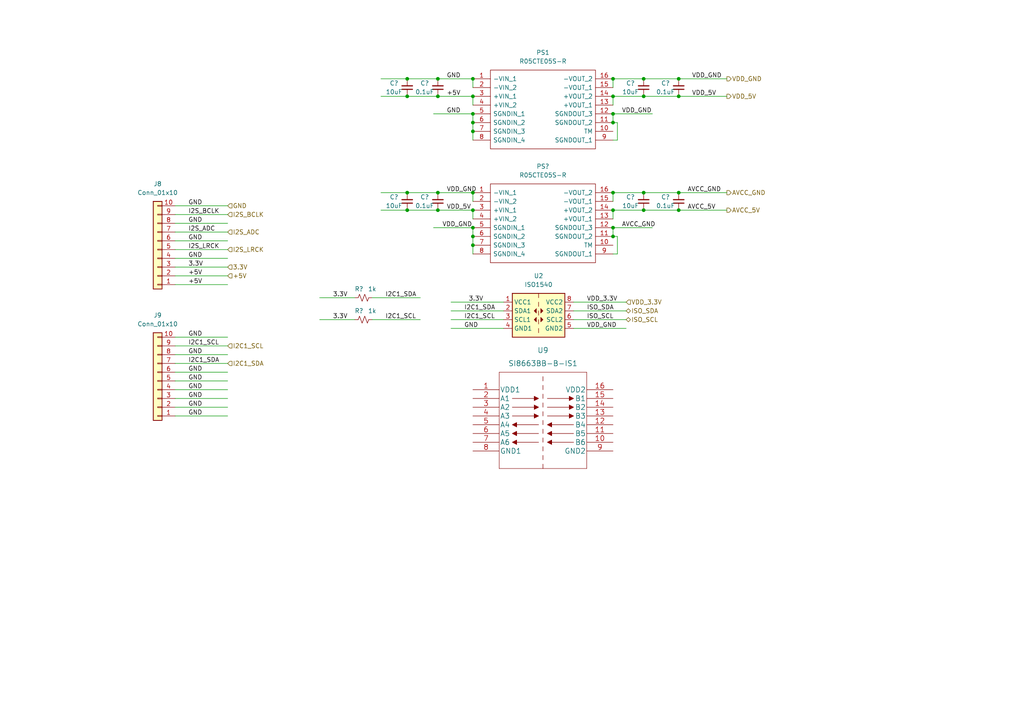
<source format=kicad_sch>
(kicad_sch (version 20211123) (generator eeschema)
  (paper "A4")
  (lib_symbols
    (symbol "CM4IO:R05CTE05S-R" (pin_names (offset 0.762))
      (property "Reference" "PS" (at 36.83 7.62 0))
      (property "Value" "R05CTE05S-R" (at 5.08 5.08 0))
      (symbol "R05CTE05S-R_0_0"
        (pin passive line (at 0 0 0) (length 5.08) (name "-VIN_1") (number "1"))
        (pin passive line (at 40.64 -15.24 180) (length 5.08) (name "TM") (number "10"))
        (pin passive line (at 40.64 -12.7 180) (length 5.08) (name "SGNDOUT_2") (number "11"))
        (pin passive line (at 40.64 -10.16 180) (length 5.08) (name "SGNDOUT_3") (number "12"))
        (pin passive line (at 40.64 -7.62 180) (length 5.08) (name "+VOUT_1") (number "13"))
        (pin passive line (at 40.64 -5.08 180) (length 5.08) (name "+VOUT_2") (number "14"))
        (pin passive line (at 40.64 -2.54 180) (length 5.08) (name "-VOUT_1") (number "15"))
        (pin passive line (at 40.64 0 180) (length 5.08) (name "-VOUT_2") (number "16"))
        (pin passive line (at 0 -2.54 0) (length 5.08) (name "-VIN_2") (number "2"))
        (pin passive line (at 0 -5.08 0) (length 5.08) (name "+VIN_1") (number "3"))
        (pin passive line (at 0 -7.62 0) (length 5.08) (name "+VIN_2") (number "4"))
        (pin passive line (at 0 -10.16 0) (length 5.08) (name "SGNDIN_1") (number "5"))
        (pin passive line (at 0 -12.7 0) (length 5.08) (name "SGNDIN_2") (number "6"))
        (pin passive line (at 0 -15.24 0) (length 5.08) (name "SGNDIN_3") (number "7"))
        (pin passive line (at 0 -17.78 0) (length 5.08) (name "SGNDIN_4") (number "8"))
        (pin passive line (at 40.64 -17.78 180) (length 5.08) (name "SGNDOUT_1") (number "9"))
      )
      (symbol "R05CTE05S-R_0_1"
        (polyline (pts (xy 5.08 2.54) (xy 35.56 2.54) (xy 35.56 -20.32) (xy 5.08 -20.32) (xy 5.08 2.54)) (stroke (width 0.1524)))
      )
    )
    (symbol "CM4IO:SI8663BB-B-IS1" (pin_names (offset 0.254))
      (property "Reference" "U" (at 20.32 10.16 0))
      (property "Value" "SI8663BB-B-IS1" (at 20.32 7.62 0))
      (symbol "SI8663BB-B-IS1_0_1"
        (polyline (pts (xy 20.32 -19.05) (xy 20.32 -20.32)))
        (polyline (pts (xy 20.32 -16.51) (xy 20.32 -17.78)))
        (polyline (pts (xy 20.32 -13.97) (xy 20.32 -15.24)))
        (polyline (pts (xy 20.32 -11.43) (xy 20.32 -12.7)))
        (polyline (pts (xy 20.32 -6.35) (xy 20.32 -7.62)))
        (polyline (pts (xy 20.32 -3.81) (xy 20.32 -5.08)))
        (polyline (pts (xy 20.32 -1.27) (xy 20.32 -2.54)))
        (polyline (pts (xy 20.32 1.27) (xy 20.32 0)))
        (polyline (pts (xy 17.78 -7.62) (xy 15.875 -7.62) (xy 11.43 -7.62)))
        (polyline (pts (xy 17.78 -5.08) (xy 15.875 -5.08) (xy 11.43 -5.08)))
        (polyline (pts (xy 17.78 -2.54) (xy 15.875 -2.54) (xy 11.43 -2.54)))
        (polyline (pts (xy 19.05 -15.24) (xy 17.145 -15.24) (xy 12.7 -15.24)))
        (polyline (pts (xy 19.05 -12.7) (xy 17.145 -12.7) (xy 12.7 -12.7)))
        (polyline (pts (xy 19.05 -10.16) (xy 17.145 -10.16) (xy 12.7 -10.16)))
        (polyline (pts (xy 27.94 -7.62) (xy 26.035 -7.62) (xy 21.59 -7.62)))
        (polyline (pts (xy 27.94 -5.08) (xy 26.035 -5.08) (xy 21.59 -5.08)))
        (polyline (pts (xy 27.94 -2.54) (xy 26.035 -2.54) (xy 21.59 -2.54)))
        (polyline (pts (xy 29.21 -15.24) (xy 27.305 -15.24) (xy 22.86 -15.24)))
        (polyline (pts (xy 29.21 -12.7) (xy 27.305 -12.7) (xy 22.86 -12.7)))
        (polyline (pts (xy 29.21 -10.16) (xy 27.305 -10.16) (xy 22.86 -10.16)))
        (polyline (pts (xy 12.7 -15.875) (xy 11.43 -15.24) (xy 12.7 -14.605) (xy 12.7 -15.875)) (fill (type outline)))
        (polyline (pts (xy 12.7 -13.335) (xy 11.43 -12.7) (xy 12.7 -12.065) (xy 12.7 -13.335)) (fill (type outline)))
        (polyline (pts (xy 12.7 -10.795) (xy 11.43 -10.16) (xy 12.7 -9.525) (xy 12.7 -10.795)) (fill (type outline)))
        (polyline (pts (xy 17.78 -6.985) (xy 19.05 -7.62) (xy 17.78 -8.255) (xy 17.78 -6.985)) (fill (type outline)))
        (polyline (pts (xy 17.78 -4.445) (xy 19.05 -5.08) (xy 17.78 -5.715) (xy 17.78 -4.445)) (fill (type outline)))
        (polyline (pts (xy 17.78 -1.905) (xy 19.05 -2.54) (xy 17.78 -3.175) (xy 17.78 -1.905)) (fill (type outline)))
        (polyline (pts (xy 22.86 -15.875) (xy 21.59 -15.24) (xy 22.86 -14.605) (xy 22.86 -15.875)) (fill (type outline)))
        (polyline (pts (xy 22.86 -13.335) (xy 21.59 -12.7) (xy 22.86 -12.065) (xy 22.86 -13.335)) (fill (type outline)))
        (polyline (pts (xy 22.86 -10.795) (xy 21.59 -10.16) (xy 22.86 -9.525) (xy 22.86 -10.795)) (fill (type outline)))
        (polyline (pts (xy 27.94 -6.985) (xy 29.21 -7.62) (xy 27.94 -8.255) (xy 27.94 -6.985)) (fill (type outline)))
        (polyline (pts (xy 27.94 -4.445) (xy 29.21 -5.08) (xy 27.94 -5.715) (xy 27.94 -4.445)) (fill (type outline)))
        (polyline (pts (xy 27.94 -1.905) (xy 29.21 -2.54) (xy 27.94 -3.175) (xy 27.94 -1.905)) (fill (type outline)))
        (rectangle (start 20.32 -21.59) (end 20.32 -22.86))
        (rectangle (start 20.32 -8.89) (end 20.32 -10.16))
        (rectangle (start 20.32 3.81) (end 20.32 2.54))
      )
      (symbol "SI8663BB-B-IS1_1_1"
        (polyline (pts (xy 7.62 -22.86) (xy 33.02 -22.86)) (stroke (width 0.127)))
        (polyline (pts (xy 7.62 5.08) (xy 7.62 -22.86)) (stroke (width 0.127)))
        (polyline (pts (xy 33.02 -22.86) (xy 33.02 5.08)) (stroke (width 0.127)))
        (polyline (pts (xy 33.02 5.08) (xy 7.62 5.08)) (stroke (width 0.127)))
        (pin power_in line (at 0 0 0) (length 7.62) (name "VDD1") (number "1"))
        (pin bidirectional line (at 40.64 -15.24 180) (length 7.62) (name "B6") (number "10"))
        (pin bidirectional line (at 40.64 -12.7 180) (length 7.62) (name "B5") (number "11"))
        (pin bidirectional line (at 40.64 -10.16 180) (length 7.62) (name "B4") (number "12"))
        (pin bidirectional line (at 40.64 -7.62 180) (length 7.62) (name "B3") (number "13"))
        (pin bidirectional line (at 40.64 -5.08 180) (length 7.62) (name "B2") (number "14"))
        (pin bidirectional line (at 40.64 -2.54 180) (length 7.62) (name "B1") (number "15"))
        (pin power_in line (at 40.64 0 180) (length 7.62) (name "VDD2") (number "16"))
        (pin bidirectional line (at 0 -2.54 0) (length 7.62) (name "A1") (number "2"))
        (pin bidirectional line (at 0 -5.08 0) (length 7.62) (name "A2") (number "3"))
        (pin bidirectional line (at 0 -7.62 0) (length 7.62) (name "A3") (number "4"))
        (pin bidirectional line (at 0 -10.16 0) (length 7.62) (name "A4") (number "5"))
        (pin bidirectional line (at 0 -12.7 0) (length 7.62) (name "A5") (number "6"))
        (pin bidirectional line (at 0 -15.24 0) (length 7.62) (name "A6") (number "7"))
        (pin power_in line (at 0 -17.78 0) (length 7.62) (name "GND1") (number "8"))
        (pin power_in line (at 40.64 -17.78 180) (length 7.62) (name "GND2") (number "9"))
      )
    )
    (symbol "Connector_Generic:Conn_01x10" (pin_names (offset 1.016) hide)
      (property "Reference" "J" (at 0 12.7 0))
      (property "Value" "Conn_01x10" (at 0 -15.24 0))
      (symbol "Conn_01x10_1_1"
        (rectangle (start -1.27 -12.573) (end 0 -12.827) (stroke (width 0.1524)))
        (rectangle (start -1.27 -10.033) (end 0 -10.287) (stroke (width 0.1524)))
        (rectangle (start -1.27 -7.493) (end 0 -7.747) (stroke (width 0.1524)))
        (rectangle (start -1.27 -4.953) (end 0 -5.207) (stroke (width 0.1524)))
        (rectangle (start -1.27 -2.413) (end 0 -2.667) (stroke (width 0.1524)))
        (rectangle (start -1.27 0.127) (end 0 -0.127) (stroke (width 0.1524)))
        (rectangle (start -1.27 2.667) (end 0 2.413) (stroke (width 0.1524)))
        (rectangle (start -1.27 5.207) (end 0 4.953) (stroke (width 0.1524)))
        (rectangle (start -1.27 7.747) (end 0 7.493) (stroke (width 0.1524)))
        (rectangle (start -1.27 10.287) (end 0 10.033) (stroke (width 0.1524)))
        (rectangle (start -1.27 11.43) (end 1.27 -13.97) (stroke (width 0.254)) (fill (type background)))
        (pin passive line (at -5.08 10.16 0) (length 3.81) (name "Pin_1") (number "1"))
        (pin passive line (at -5.08 -12.7 0) (length 3.81) (name "Pin_10") (number "10"))
        (pin passive line (at -5.08 7.62 0) (length 3.81) (name "Pin_2") (number "2"))
        (pin passive line (at -5.08 5.08 0) (length 3.81) (name "Pin_3") (number "3"))
        (pin passive line (at -5.08 2.54 0) (length 3.81) (name "Pin_4") (number "4"))
        (pin passive line (at -5.08 0 0) (length 3.81) (name "Pin_5") (number "5"))
        (pin passive line (at -5.08 -2.54 0) (length 3.81) (name "Pin_6") (number "6"))
        (pin passive line (at -5.08 -5.08 0) (length 3.81) (name "Pin_7") (number "7"))
        (pin passive line (at -5.08 -7.62 0) (length 3.81) (name "Pin_8") (number "8"))
        (pin passive line (at -5.08 -10.16 0) (length 3.81) (name "Pin_9") (number "9"))
      )
    )
    (symbol "Device:C_Small" (pin_numbers hide) (pin_names (offset 0.254) hide)
      (property "Reference" "C" (at 0.254 1.778 0))
      (property "Value" "C_Small" (at 0.254 -2.032 0))
      (symbol "C_Small_0_1"
        (polyline (pts (xy -1.524 -0.508) (xy 1.524 -0.508)) (stroke (width 0.3302)))
        (polyline (pts (xy -1.524 0.508) (xy 1.524 0.508)) (stroke (width 0.3048)))
      )
      (symbol "C_Small_1_1"
        (pin passive line (at 0 2.54 270) (length 2.032) (name "~") (number "1"))
        (pin passive line (at 0 -2.54 90) (length 2.032) (name "~") (number "2"))
      )
    )
    (symbol "Device:R_Small_US" (pin_numbers hide) (pin_names (offset 0.254) hide)
      (property "Reference" "R" (at 0.762 0.508 0))
      (property "Value" "R_Small_US" (at 0.762 -1.016 0))
      (symbol "R_Small_US_1_1"
        (polyline (pts (xy 0 0) (xy 1.016 -0.381) (xy 0 -0.762) (xy -1.016 -1.143) (xy 0 -1.524)))
        (polyline (pts (xy 0 1.524) (xy 1.016 1.143) (xy 0 0.762) (xy -1.016 0.381) (xy 0 0)))
        (pin passive line (at 0 2.54 270) (length 1.016) (name "~") (number "1"))
        (pin passive line (at 0 -2.54 90) (length 1.016) (name "~") (number "2"))
      )
    )
    (symbol "Isolator:ISO1540"
      (property "Reference" "U" (at -6.35 6.35 0))
      (property "Value" "ISO1540" (at 3.81 6.35 0))
      (symbol "ISO1540_0_1"
        (rectangle (start -7.62 5.08) (end 7.62 -7.62) (stroke (width 0.254)) (fill (type background)))
        (rectangle (start 0 -5.08) (end 0 -6.35))
        (polyline (pts (xy 0 -2.54) (xy 0 -3.81)))
        (polyline (pts (xy 0 0) (xy 0 -1.27)))
        (polyline (pts (xy 0 2.54) (xy 0 1.27)))
        (polyline (pts (xy 0 5.08) (xy 0 3.81)))
        (polyline (pts (xy -0.635 0.635) (xy -1.27 0) (xy -0.635 -0.635) (xy -0.635 0.635)) (fill (type outline)))
        (polyline (pts (xy 0.635 -1.905) (xy 1.27 -2.54) (xy 0.635 -3.175) (xy 0.635 -1.905)) (fill (type outline)))
        (polyline (pts (xy 0.635 0.635) (xy 1.27 0) (xy 0.635 -0.635) (xy 0.635 0.635)) (fill (type outline)))
      )
      (symbol "ISO1540_1_1"
        (polyline (pts (xy -0.635 -1.905) (xy -1.27 -2.54) (xy -0.635 -3.175) (xy -0.635 -1.905)) (fill (type outline)))
        (pin power_in line (at -10.16 2.54 0) (length 2.54) (name "VCC1") (number "1"))
        (pin bidirectional line (at -10.16 0 0) (length 2.54) (name "SDA1") (number "2"))
        (pin bidirectional line (at -10.16 -2.54 0) (length 2.54) (name "SCL1") (number "3"))
        (pin power_in line (at -10.16 -5.08 0) (length 2.54) (name "GND1") (number "4"))
        (pin power_in line (at 10.16 -5.08 180) (length 2.54) (name "GND2") (number "5"))
        (pin bidirectional line (at 10.16 -2.54 180) (length 2.54) (name "SCL2") (number "6"))
        (pin bidirectional line (at 10.16 0 180) (length 2.54) (name "SDA2") (number "7"))
        (pin power_in line (at 10.16 2.54 180) (length 2.54) (name "VCC2") (number "8"))
      )
    )
  )
  (junction (at 118.11 22.86))
  (junction (at 118.11 60.96))
  (junction (at 127 27.94))
  (junction (at 137.16 71.12))
  (junction (at 137.16 27.94))
  (junction (at 186.69 27.94))
  (junction (at 196.85 55.88))
  (junction (at 196.85 22.86))
  (junction (at 127 22.86))
  (junction (at 127 55.88))
  (junction (at 177.8 35.56))
  (junction (at 118.11 55.88))
  (junction (at 127 60.96))
  (junction (at 137.16 33.02))
  (junction (at 137.16 55.88))
  (junction (at 186.69 55.88))
  (junction (at 177.8 33.02))
  (junction (at 118.11 27.94))
  (junction (at 137.16 22.86))
  (junction (at 177.8 66.04))
  (junction (at 137.16 68.58))
  (junction (at 177.8 22.86))
  (junction (at 177.8 60.96))
  (junction (at 186.69 22.86))
  (junction (at 137.16 35.56))
  (junction (at 196.85 27.94))
  (junction (at 137.16 38.1))
  (junction (at 196.85 60.96))
  (junction (at 186.69 60.96))
  (junction (at 177.8 27.94))
  (junction (at 177.8 55.88))
  (junction (at 137.16 66.04))
  (junction (at 177.8 68.58))
  (junction (at 137.16 60.96))
  (wire (pts (xy 177.8 68.58) (xy 179.07 68.58)))
  (wire (pts (xy 127 27.94) (xy 137.16 27.94)))
  (wire (pts (xy 137.16 35.56) (xy 137.16 38.1)))
  (wire (pts (xy 137.16 55.88) (xy 137.16 58.42)))
  (wire (pts (xy 110.49 27.94) (xy 118.11 27.94)))
  (wire (pts (xy 137.16 33.02) (xy 137.16 35.56)))
  (wire (pts (xy 130.81 87.63) (xy 146.05 87.63)))
  (wire (pts (xy 186.69 60.96) (xy 196.85 60.96)))
  (wire (pts (xy 177.8 66.04) (xy 189.23 66.04)))
  (wire (pts (xy 50.8 120.65) (xy 66.04 120.65)))
  (wire (pts (xy 137.16 60.96) (xy 137.16 63.5)))
  (wire (pts (xy 186.69 27.94) (xy 196.85 27.94)))
  (wire (pts (xy 127 60.96) (xy 137.16 60.96)))
  (wire (pts (xy 127 55.88) (xy 137.16 55.88)))
  (wire (pts (xy 177.8 40.64) (xy 179.07 40.64)))
  (wire (pts (xy 179.07 73.66) (xy 179.07 68.58)))
  (wire (pts (xy 177.8 27.94) (xy 177.8 30.48)))
  (wire (pts (xy 50.8 72.39) (xy 66.04 72.39)))
  (wire (pts (xy 177.8 33.02) (xy 189.23 33.02)))
  (wire (pts (xy 50.8 77.47) (xy 66.04 77.47)))
  (wire (pts (xy 177.8 60.96) (xy 177.8 63.5)))
  (wire (pts (xy 50.8 100.33) (xy 66.04 100.33)))
  (wire (pts (xy 110.49 60.96) (xy 118.11 60.96)))
  (wire (pts (xy 177.8 55.88) (xy 177.8 58.42)))
  (wire (pts (xy 130.81 95.25) (xy 146.05 95.25)))
  (wire (pts (xy 137.16 22.86) (xy 137.16 25.4)))
  (wire (pts (xy 177.8 73.66) (xy 179.07 73.66)))
  (wire (pts (xy 107.95 92.71) (xy 121.92 92.71)))
  (wire (pts (xy 127 22.86) (xy 137.16 22.86)))
  (wire (pts (xy 186.69 55.88) (xy 196.85 55.88)))
  (wire (pts (xy 196.85 22.86) (xy 210.82 22.86)))
  (wire (pts (xy 137.16 27.94) (xy 137.16 30.48)))
  (wire (pts (xy 166.37 92.71) (xy 181.61 92.71)))
  (wire (pts (xy 50.8 82.55) (xy 66.04 82.55)))
  (wire (pts (xy 177.8 22.86) (xy 186.69 22.86)))
  (wire (pts (xy 50.8 80.01) (xy 66.04 80.01)))
  (wire (pts (xy 50.8 118.11) (xy 66.04 118.11)))
  (wire (pts (xy 50.8 59.69) (xy 66.04 59.69)))
  (wire (pts (xy 92.71 92.71) (xy 102.87 92.71)))
  (wire (pts (xy 50.8 105.41) (xy 66.04 105.41)))
  (wire (pts (xy 50.8 110.49) (xy 66.04 110.49)))
  (wire (pts (xy 177.8 27.94) (xy 186.69 27.94)))
  (wire (pts (xy 50.8 69.85) (xy 66.04 69.85)))
  (wire (pts (xy 50.8 64.77) (xy 66.04 64.77)))
  (wire (pts (xy 137.16 68.58) (xy 137.16 71.12)))
  (wire (pts (xy 177.8 60.96) (xy 186.69 60.96)))
  (wire (pts (xy 196.85 55.88) (xy 210.82 55.88)))
  (wire (pts (xy 166.37 95.25) (xy 181.61 95.25)))
  (wire (pts (xy 118.11 27.94) (xy 127 27.94)))
  (wire (pts (xy 50.8 97.79) (xy 66.04 97.79)))
  (wire (pts (xy 177.8 33.02) (xy 177.8 35.56)))
  (wire (pts (xy 196.85 27.94) (xy 210.82 27.94)))
  (wire (pts (xy 50.8 74.93) (xy 66.04 74.93)))
  (wire (pts (xy 137.16 66.04) (xy 137.16 68.58)))
  (wire (pts (xy 166.37 90.17) (xy 181.61 90.17)))
  (wire (pts (xy 166.37 87.63) (xy 181.61 87.63)))
  (wire (pts (xy 137.16 38.1) (xy 137.16 40.64)))
  (wire (pts (xy 50.8 102.87) (xy 66.04 102.87)))
  (wire (pts (xy 125.73 66.04) (xy 137.16 66.04)))
  (wire (pts (xy 50.8 115.57) (xy 66.04 115.57)))
  (wire (pts (xy 130.81 90.17) (xy 146.05 90.17)))
  (wire (pts (xy 177.8 35.56) (xy 179.07 35.56)))
  (wire (pts (xy 50.8 62.23) (xy 66.04 62.23)))
  (wire (pts (xy 137.16 71.12) (xy 137.16 73.66)))
  (wire (pts (xy 179.07 40.64) (xy 179.07 35.56)))
  (wire (pts (xy 186.69 22.86) (xy 196.85 22.86)))
  (wire (pts (xy 50.8 67.31) (xy 66.04 67.31)))
  (wire (pts (xy 50.8 113.03) (xy 66.04 113.03)))
  (wire (pts (xy 118.11 22.86) (xy 127 22.86)))
  (wire (pts (xy 177.8 55.88) (xy 186.69 55.88)))
  (wire (pts (xy 130.81 92.71) (xy 146.05 92.71)))
  (wire (pts (xy 118.11 55.88) (xy 127 55.88)))
  (wire (pts (xy 118.11 60.96) (xy 127 60.96)))
  (wire (pts (xy 196.85 60.96) (xy 210.82 60.96)))
  (wire (pts (xy 50.8 107.95) (xy 66.04 107.95)))
  (wire (pts (xy 92.71 86.36) (xy 102.87 86.36)))
  (wire (pts (xy 125.73 33.02) (xy 137.16 33.02)))
  (wire (pts (xy 110.49 55.88) (xy 118.11 55.88)))
  (wire (pts (xy 107.95 86.36) (xy 121.92 86.36)))
  (wire (pts (xy 177.8 22.86) (xy 177.8 25.4)))
  (wire (pts (xy 110.49 22.86) (xy 118.11 22.86)))
  (wire (pts (xy 177.8 66.04) (xy 177.8 68.58)))
  (label "VDD_GND" (at 128.27 66.04 0))
  (label "I2S_LRCK" (at 54.61 72.39 0))
  (label "I2C1_SCL" (at 111.76 92.71 0))
  (label "GND" (at 54.61 64.77 0))
  (label "+5V" (at 54.61 80.01 0))
  (label "I2C1_SCL" (at 134.62 92.71 0))
  (label "VDD_5V" (at 200.66 27.94 0))
  (label "3.3V" (at 54.61 77.47 0))
  (label "VDD_5V" (at 129.54 60.96 0))
  (label "VDD_3.3V" (at 170.18 87.63 0))
  (label "ISO_SDA" (at 170.18 90.17 0))
  (label "AVCC_GND" (at 180.34 66.04 0))
  (label "GND" (at 54.61 113.03 0))
  (label "I2S_ADC" (at 54.61 67.31 0))
  (label "I2C1_SDA" (at 54.61 105.41 0))
  (label "GND" (at 54.61 97.79 0))
  (label "I2C1_SDA" (at 134.62 90.17 0))
  (label "I2C1_SCL" (at 54.61 100.33 0))
  (label "AVCC_5V" (at 199.39 60.96 0))
  (label "3.3V" (at 135.89 87.63 0))
  (label "GND" (at 54.61 107.95 0))
  (label "+5V" (at 129.54 27.94 0))
  (label "AVCC_GND" (at 199.39 55.88 0))
  (label "GND" (at 54.61 69.85 0))
  (label "3.3V" (at 96.52 86.36 0))
  (label "GND" (at 134.62 95.25 0))
  (label "GND" (at 54.61 110.49 0))
  (label "GND" (at 129.54 22.86 0))
  (label "VDD_GND" (at 129.54 55.88 0))
  (label "GND" (at 54.61 120.65 0))
  (label "+5V" (at 54.61 82.55 0))
  (label "ISO_SCL" (at 170.18 92.71 0))
  (label "I2S_BCLK" (at 54.61 62.23 0))
  (label "GND" (at 54.61 102.87 0))
  (label "I2C1_SDA" (at 111.76 86.36 0))
  (label "GND" (at 129.54 33.02 0))
  (label "VDD_GND" (at 170.18 95.25 0))
  (label "GND" (at 54.61 115.57 0))
  (label "GND" (at 54.61 59.69 0))
  (label "3.3V" (at 96.52 92.71 0))
  (label "VDD_GND" (at 200.66 22.86 0))
  (label "GND" (at 54.61 118.11 0))
  (label "GND" (at 54.61 74.93 0))
  (label "VDD_GND" (at 180.34 33.02 0))
  (hierarchical_label "I2S_BCLK" (shape input) (at 66.04 62.23 0))
  (hierarchical_label "VDD_3.3V" (shape input) (at 181.61 87.63 0))
  (hierarchical_label "AVCC_5V" (shape output) (at 210.82 60.96 0))
  (hierarchical_label "I2C1_SDA" (shape input) (at 66.04 105.41 0))
  (hierarchical_label "ISO_SCL" (shape bidirectional) (at 181.61 92.71 0))
  (hierarchical_label "I2S_LRCK" (shape input) (at 66.04 72.39 0))
  (hierarchical_label "ISO_SDA" (shape bidirectional) (at 181.61 90.17 0))
  (hierarchical_label "3.3V" (shape input) (at 66.04 77.47 0))
  (hierarchical_label "AVCC_GND" (shape output) (at 210.82 55.88 0))
  (hierarchical_label "GND" (shape input) (at 66.04 59.69 0))
  (hierarchical_label "VDD_5V" (shape output) (at 210.82 27.94 0))
  (hierarchical_label "+5V" (shape input) (at 66.04 80.01 0))
  (hierarchical_label "I2C1_SCL" (shape input) (at 66.04 100.33 0))
  (hierarchical_label "VDD_GND" (shape output) (at 210.82 22.86 0))
  (hierarchical_label "I2S_ADC" (shape input) (at 66.04 67.31 0))
  (symbol (lib_id "CM4IO:SI8663BB-B-IS1") (at 137.16 113.03 0) (unit 1)
    (property "Reference" "U9" (at 157.48 101.6 0) (effects (font (size 1.524 1.524))))
    (property "Value" "SI8663BB-B-IS1" (at 157.48 105.41 0) (effects (font (size 1.524 1.524))))
    (property "Footprint" "CM4IO:SI8663BB-B-IS1" (effects hide))
  )
  (symbol (lib_id "Device:C_Small") (at 186.69 58.42 180) (unit 1)
    (property "Reference" "C?" (at 182.88 57.15 0))
    (property "Value" "10uF" (at 182.88 59.69 0))
    (property "Footprint" "Capacitor_SMD:C_0402_1005Metric" (effects hide))
  )
  (symbol (lib_id "Device:C_Small") (at 118.11 25.4 180) (unit 1)
    (property "Reference" "C?" (at 114.3 24.13 0))
    (property "Value" "10uF" (at 114.3 26.67 0))
    (property "Footprint" "Capacitor_SMD:C_0402_1005Metric" (effects hide))
  )
  (symbol (lib_id "Device:C_Small") (at 186.69 25.4 180) (unit 1)
    (property "Reference" "C?" (at 182.88 24.13 0))
    (property "Value" "10uF" (at 182.88 26.67 0))
    (property "Footprint" "Capacitor_SMD:C_0402_1005Metric" (effects hide))
  )
  (symbol (lib_id "CM4IO:R05CTE05S-R") (at 137.16 55.88 0) (unit 1)
    (property "Reference" "PS?" (at 157.48 48.26 0))
    (property "Value" "R05CTE05S-R" (at 157.48 50.8 0))
    (property "Footprint" "CM4IO:SOIC127P1030X265-16N" (effects hide))
    (property "Datasheet" "https://recom-power.com/pdf/Econoline/RxxCTExxS.pdf" (effects hide))
    (property "Description" "1 Watt 16-Pin SOIC Single Output, 5VDC, Tape & Reel" (effects hide))
    (property "Height" "2.65" (effects hide))
    (property "Manufacturer_Name" "RECOM Power" (effects hide))
    (property "Manufacturer_Part_Number" "R05CTE05S-R" (effects hide))
    (property "Mouser Part Number" "919-R05CTE05S-R" (effects hide))
    (property "Mouser Price/Stock" "https://www.mouser.co.uk/ProductDetail/RECOM-Power/R05CTE05S-R?qs=7D1LtPJG0i0SUCKLd%252BnSSQ%3D%3D" (effects hide))
  )
  (symbol (lib_id "Device:C_Small") (at 127 58.42 180) (unit 1)
    (property "Reference" "C?" (at 123.19 57.15 0))
    (property "Value" "0.1uF" (at 123.19 59.69 0))
    (property "Footprint" "Capacitor_SMD:C_0402_1005Metric" (effects hide))
  )
  (symbol (lib_id "Connector_Generic:Conn_01x10") (at 45.72 72.39 180) (unit 1)
    (property "Reference" "J8" (at 45.72 53.34 0))
    (property "Value" "Conn_01x10" (at 45.72 55.88 0))
    (property "Footprint" "Connector_PinSocket_2.54mm:PinSocket_1x10_P2.54mm_Vertical" (effects hide))
  )
  (symbol (lib_id "Device:R_Small_US") (at 105.41 86.36 90) (unit 1)
    (property "Reference" "R?" (at 104.14 83.82 90))
    (property "Value" "1k" (at 107.95 83.82 90))
    (property "Footprint" "Resistor_SMD:R_0603_1608Metric" (effects hide))
  )
  (symbol (lib_id "Device:C_Small") (at 127 25.4 180) (unit 1)
    (property "Reference" "C?" (at 123.19 24.13 0))
    (property "Value" "0.1uF" (at 123.19 26.67 0))
    (property "Footprint" "Capacitor_SMD:C_0402_1005Metric" (effects hide))
  )
  (symbol (lib_id "Device:C_Small") (at 118.11 58.42 180) (unit 1)
    (property "Reference" "C?" (at 114.3 57.15 0))
    (property "Value" "10uF" (at 114.3 59.69 0))
    (property "Footprint" "Capacitor_SMD:C_0402_1005Metric" (effects hide))
  )
  (symbol (lib_id "CM4IO:R05CTE05S-R") (at 137.16 22.86 0) (unit 1)
    (property "Reference" "PS1" (at 157.48 15.24 0))
    (property "Value" "R05CTE05S-R" (at 157.48 17.78 0))
    (property "Footprint" "CM4IO:SOIC127P1030X265-16N" (effects hide))
    (property "Datasheet" "https://recom-power.com/pdf/Econoline/RxxCTExxS.pdf" (effects hide))
    (property "Description" "1 Watt 16-Pin SOIC Single Output, 5VDC, Tape & Reel" (effects hide))
    (property "Height" "2.65" (effects hide))
    (property "Manufacturer_Name" "RECOM Power" (effects hide))
    (property "Manufacturer_Part_Number" "R05CTE05S-R" (effects hide))
    (property "Mouser Part Number" "919-R05CTE05S-R" (effects hide))
    (property "Mouser Price/Stock" "https://www.mouser.co.uk/ProductDetail/RECOM-Power/R05CTE05S-R?qs=7D1LtPJG0i0SUCKLd%252BnSSQ%3D%3D" (effects hide))
  )
  (symbol (lib_id "Isolator:ISO1540") (at 156.21 90.17 0) (unit 1)
    (property "Reference" "U2" (at 156.21 80.01 0))
    (property "Value" "ISO1540" (at 156.21 82.55 0))
    (property "Footprint" "Package_SO:SOIC-8_3.9x4.9mm_P1.27mm" (effects hide))
    (property "Datasheet" "http://www.ti.com/lit/ds/symlink/iso1541.pdf" (effects hide))
  )
  (symbol (lib_id "Device:C_Small") (at 196.85 25.4 180) (unit 1)
    (property "Reference" "C?" (at 193.04 24.13 0))
    (property "Value" "0.1uF" (at 193.04 26.67 0))
    (property "Footprint" "Capacitor_SMD:C_0402_1005Metric" (effects hide))
  )
  (symbol (lib_id "Connector_Generic:Conn_01x10") (at 45.72 110.49 180) (unit 1)
    (property "Reference" "J9" (at 45.72 91.44 0))
    (property "Value" "Conn_01x10" (at 45.72 93.98 0))
    (property "Footprint" "Connector_PinSocket_2.54mm:PinSocket_1x10_P2.54mm_Vertical" (effects hide))
  )
  (symbol (lib_id "Device:C_Small") (at 196.85 58.42 180) (unit 1)
    (property "Reference" "C?" (at 193.04 57.15 0))
    (property "Value" "0.1uF" (at 193.04 59.69 0))
    (property "Footprint" "Capacitor_SMD:C_0402_1005Metric" (effects hide))
  )
  (symbol (lib_id "Device:R_Small_US") (at 105.41 92.71 90) (unit 1)
    (property "Reference" "R?" (at 104.14 90.17 90))
    (property "Value" "1k" (at 107.95 90.17 90))
    (property "Footprint" "Resistor_SMD:R_0603_1608Metric" (effects hide))
  )
)
</source>
